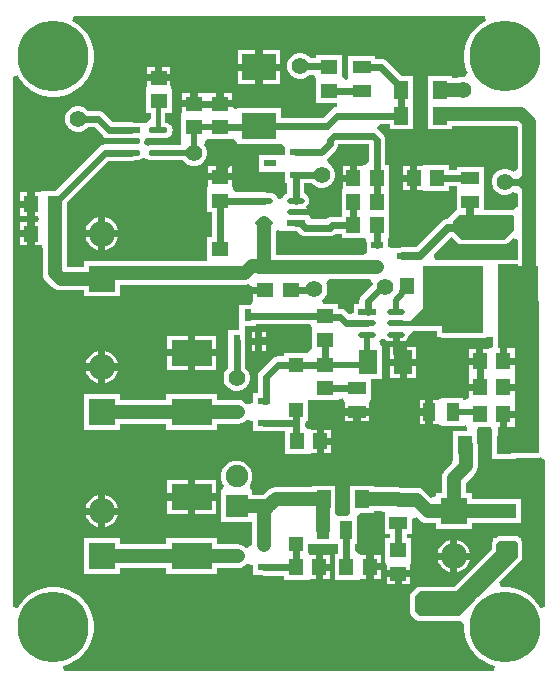
<source format=gtl>
%FSTAX24Y24*%
%MOIN*%
%SFA1B1*%

%IPPOS*%
%AMD22*
4,1,8,0.020500,0.009800,-0.020500,0.009800,-0.030300,0.000000,-0.030300,0.000000,-0.020500,-0.009800,0.020500,-0.009800,0.030300,0.000000,0.030300,0.000000,0.020500,0.009800,0.0*
1,1,0.019600,0.020500,0.000000*
1,1,0.019600,-0.020500,0.000000*
1,1,0.019600,-0.020500,0.000000*
1,1,0.019600,0.020500,0.000000*
%
%AMD25*
4,1,8,0.022400,0.009800,-0.022400,0.009800,-0.032200,0.000000,-0.032200,0.000000,-0.022400,-0.009800,0.022400,-0.009800,0.032200,0.000000,0.032200,0.000000,0.022400,0.009800,0.0*
1,1,0.019600,0.022400,0.000000*
1,1,0.019600,-0.022400,0.000000*
1,1,0.019600,-0.022400,0.000000*
1,1,0.019600,0.022400,0.000000*
%
G04~CAMADD=22~8~0.0~0.0~606.0~197.0~98.0~0.0~15~0.0~0.0~0.0~0.0~0~0.0~0.0~0.0~0.0~0~0.0~0.0~0.0~0.0~606.0~197.0*
%ADD22D22*%
%ADD23R,0.060600X0.019700*%
%ADD24R,0.064500X0.019700*%
G04~CAMADD=25~8~0.0~0.0~645.0~197.0~98.0~0.0~15~0.0~0.0~0.0~0.0~0~0.0~0.0~0.0~0.0~0~0.0~0.0~0.0~0.0~645.0~197.0*
%ADD25D25*%
%ADD26R,0.059100X0.039400*%
%ADD27R,0.039400X0.059100*%
%ADD28R,0.047200X0.059100*%
%ADD29R,0.059100X0.047200*%
%ADD30R,0.118100X0.090600*%
%ADD31R,0.137800X0.090600*%
%ADD32R,0.039400X0.023600*%
%ADD33R,0.023600X0.039400*%
%ADD34R,0.048000X0.047200*%
%ADD35R,0.137800X0.224400*%
%ADD36R,0.055100X0.047200*%
%ADD37R,0.047200X0.055100*%
%ADD38R,0.063000X0.078700*%
%ADD39R,0.047200X0.055100*%
%ADD40R,0.055100X0.047200*%
%ADD64C,0.023600*%
%ADD65C,0.047200*%
%ADD66C,0.019700*%
%ADD67C,0.027600*%
%ADD68C,0.035400*%
%ADD69C,0.015700*%
%ADD70C,0.086600*%
%ADD71R,0.086600X0.086600*%
%ADD72R,0.074800X0.074800*%
%ADD73C,0.074800*%
%ADD74C,0.236200*%
%ADD75C,0.055100*%
%LNpcb_source_iot-1*%
%LPD*%
G36*
X015748Y021654D02*
X015676Y021617D01*
X015506Y021493*
X015357Y021344*
X015233Y021174*
X015137Y020986*
X015072Y020786*
X015039Y020578*
Y020367*
X015072Y020159*
X015137Y019959*
X015146Y019942*
X015086Y019848*
X01504Y019803*
X014943*
X014833Y019774*
X014822Y019767*
X01462*
Y019823*
X013833*
Y019396*
X013829Y01937*
X013833Y019344*
Y018917*
Y018589*
X013829Y018563*
Y018504*
X013833Y018478*
Y018051*
X01462*
Y018166*
X016763*
X016808Y018122*
Y016705*
X016657Y016632*
X016644Y016646*
X016545Y016703*
X016435Y016732*
X016321*
X016211Y016703*
X016112Y016646*
X016031Y016565*
X015974Y016466*
X015945Y016356*
Y016242*
X015974Y016132*
X016031Y016033*
X016112Y015953*
X016211Y015896*
X016321Y015866*
X016435*
X016545Y015896*
X016644Y015953*
X016657Y015966*
X016808Y015894*
Y015473*
X016782Y015438*
X016654Y015357*
X015689*
Y015906*
Y016024*
Y016142*
Y016772*
X014783*
Y016695*
X014528*
Y01685*
X013842*
X01374*
X013599Y016811*
X013465*
Y016417*
Y016024*
X013599*
X01374Y015984*
X013842*
X014528*
Y016139*
X014778*
X014783Y015984*
Y015906*
Y015346*
X014781Y015345*
X014729Y01531*
X014532Y015114*
X014497Y015062*
X014488*
X014411Y015051*
X014339Y015022*
X014278Y014974*
X01342Y014117*
X012989*
X012912Y014107*
X012883Y014094*
X012635*
X012483Y014109*
Y014409*
X01252*
Y015197*
Y015984*
Y01685*
X012404*
Y017696*
X012394Y017768*
X012367Y017835*
X012323Y017893*
X012184Y018031*
X012136Y018068*
X012135Y018085*
X01221Y018226*
X012545*
Y018051*
X012803*
X012821Y018049*
X012839Y018051*
X013333*
Y018917*
Y019823*
X012938*
X012447Y020315*
X012389Y020359*
X012322Y020387*
X01225Y020396*
X012067*
Y020472*
X011161*
Y019843*
Y019764*
X01116Y019718*
X011089Y019693*
X010945Y019807*
Y019882*
Y020512*
X010079*
Y020416*
X009918*
X009913Y020423*
X009833Y020504*
X009734Y020561*
X009624Y020591*
X00951*
X0094Y020561*
X009301Y020504*
X00922Y020423*
X009163Y020325*
X009134Y020214*
Y0201*
X009163Y01999*
X00922Y019892*
X009301Y019811*
X0094Y019754*
X00951Y019724*
X009624*
X009734Y019754*
X009833Y019811*
X00988Y019858*
X010032Y019843*
X010079Y019724*
Y019567*
Y018937*
X010774*
X010784Y01878*
X01073Y018772*
X010663Y018745*
X010606Y0187*
X010333Y018428*
X008937*
Y01876*
X007441*
Y018724*
X007389Y018708*
X007306Y01878*
X00689*
Y018898*
X006772*
Y019252*
X006575*
X006457*
X006339*
X006142*
Y018898*
X006024*
Y01878*
X00563*
Y018645*
X005591Y018504*
Y018402*
Y017717*
X005601Y017559*
X005573Y017522*
X004605*
X004538Y017513*
X00448Y017489*
X004435Y017523*
X004363Y017586*
X004385Y017726*
X004418Y017757*
X004548Y017761*
X004605Y017754*
X005053*
X00512Y017762*
X005182Y017788*
X005236Y017829*
X005277Y017883*
X005303Y017945*
X005311Y018012*
X005303Y018079*
X005277Y018141*
X005236Y018194*
X005182Y018235*
X00512Y018261*
X00507Y018268*
Y018583*
X005276*
Y019268*
Y01937*
X005236Y019511*
Y019646*
X004449*
Y019511*
X004409Y01937*
Y019268*
Y018583*
X004588*
Y018404*
X004431Y018266*
X004391Y018268*
X004013*
X003983Y01828*
X003911Y01829*
X003317*
X003024Y018582*
X002967Y018627*
X0029Y018654*
X002828Y018664*
X0025*
X002431Y018732*
X002333Y018789*
X002222Y018819*
X002108*
X001998Y018789*
X001899Y018732*
X001819Y018652*
X001762Y018553*
X001732Y018443*
Y018329*
X001762Y018219*
X001819Y01812*
X001899Y018039*
X001998Y017982*
X002108Y017953*
X002222*
X002333Y017982*
X002431Y018039*
X0025Y018108*
X002713*
X003005Y017815*
X003063Y017771*
X00313Y017743*
X003202Y017734*
X003325*
X00335Y017717*
Y017689*
X0032Y017542*
X003051*
X002979Y017532*
X002912Y017505*
X002855Y01746*
X001381Y015987*
X001378Y015988*
X001352Y015984*
X000984*
X000843Y015945*
X000709*
Y015551*
Y015157*
X00081*
X000868Y015059*
X00081Y014961*
X000709*
Y014567*
Y014173*
X000823*
X000945*
X000981Y014031*
Y013268*
X000994Y013165*
X001034Y013069*
X001097Y012987*
X001294Y01279*
X001376Y012727*
X001472Y012687*
X001575Y012674*
X002362*
Y01248*
X003543*
Y012871*
X007717*
X007819Y012884*
X007835Y01289*
X007992Y012795*
X008386*
Y012559*
X007992*
Y012323*
X007912Y012199*
X007535*
Y011862*
X007533Y011844*
Y011828*
X007535Y01181*
Y011496*
Y01149*
X007521Y011339*
X007165*
Y011002*
X007163Y010984*
Y010098*
X007094Y01003*
X007037Y009931*
X007008Y009821*
Y009707*
X007037Y009597*
X007094Y009498*
X007175Y009417*
X007274Y00936*
X007384Y009331*
X007498*
X007608Y00936*
X007707Y009417*
X007787Y009498*
X007844Y009597*
X007874Y009707*
Y009821*
X007844Y009931*
X007787Y01003*
X007719Y010098*
Y010984*
X007717Y011002*
Y011332*
Y011339*
X007731Y01149*
X008087*
Y01155*
X0099*
X009961Y011417*
Y010748*
X009819Y010592*
X009807Y010593*
X009012*
Y010477*
X008821*
X008749Y010467*
X008682Y01044*
X008624Y010395*
X008229Y01*
X008184Y009942*
X008157Y009875*
X008147Y009803*
Y009268*
X007989*
Y008912*
X007838Y008898*
X007832*
X007768*
X007764Y008903*
X007682Y008966*
X007586Y009006*
X007483Y009019*
X006791*
Y009232*
X005098*
Y009019*
X003543*
Y009213*
X002362*
Y008031*
X003543*
Y008225*
X005098*
Y008012*
X006791*
Y008225*
X007483*
X007586Y008238*
X007682Y008278*
X007764Y008341*
X007768Y008346*
X007832*
X007838*
X007989Y008332*
Y007976*
X008325*
X008343Y007974*
X009055*
Y007205*
X009741*
X009843*
X009984Y007244*
X010118*
Y007638*
Y008031*
X009984*
X009843Y008071*
X009799*
X009722Y008148*
X009771Y008305*
X009807*
Y009006*
X009961Y009016*
X009965*
X010827*
X010984Y009075*
X011004Y009055*
X011043Y008914*
Y008898*
Y00874*
X011457*
X01187*
Y008914*
X011909Y009055*
Y009078*
Y009724*
X012283*
Y010827*
X012273*
X012195Y010973*
X012248Y011051*
X012398Y01105*
X012401Y011045*
X012473Y010997*
X012557Y01098*
X012644*
Y011201*
X01288*
Y01098*
X012967*
X013051Y010997*
X013123Y011045*
X013171Y011116*
X013187Y011201*
X013312Y011336*
X014131*
Y01126*
X014134Y011244*
Y011122*
X014214*
X01423Y011112*
X014291Y011099*
X015669*
X015678Y011101*
X015827Y011122*
X015981Y011115*
Y010835*
X015926Y010743*
X015804Y010709*
X015669*
Y010315*
X015551*
Y010197*
X015197*
Y01*
Y009882*
Y009764*
Y009567*
X015551*
Y009331*
X015197*
Y00913*
X015186Y009086*
X015049Y009015*
X015Y009033*
Y009075*
X014314*
X014291*
X01415Y009035*
X014134*
X013976*
Y008622*
Y008209*
X01415*
X014291Y008169*
X014314*
X015*
X01508Y008182*
X015135Y008046*
X01511Y007972*
X014671*
Y007067*
X014636Y006924*
X014404Y006692*
X014341Y00661*
X014301Y006514*
X014288Y006411*
Y005909*
X014094*
Y005824*
X013937Y005758*
X013726Y00597*
X013643Y006033*
X013548Y006073*
X013445Y006086*
X012952*
X012937Y006092*
X012835Y006106*
X012022*
Y006161*
X011234*
Y005734*
X011231Y005709*
X011234Y005683*
Y005295*
Y005256*
X011139Y005138*
X010829*
X010738Y005252*
X010734Y00529*
Y005683*
X010738Y005709*
X010734Y005734*
Y006161*
X009947*
Y006106*
X009424*
X009409Y006108*
X008742*
X008639Y006094*
X008544Y006055*
X008461Y005991*
X008339Y00587*
X007972*
Y006004*
X007947*
X007893Y006099*
X007875Y006161*
X007936Y006267*
X007972Y006402*
Y006542*
X007936Y006678*
X007866Y006799*
X007767Y006898*
X007646Y006968*
X007511Y007004*
X007371*
X007236Y006968*
X007115Y006898*
X007016Y006799*
X006946Y006678*
X006909Y006542*
Y006402*
X006946Y006267*
X007007Y006161*
X006989Y006099*
X006935Y006004*
X006909*
Y004941*
X007946*
Y004207*
X0079Y004159*
X0078Y004094*
X007768*
X007764Y0041*
X007682Y004163*
X007586Y004202*
X007483Y004216*
X006791*
Y004429*
X005098*
Y004216*
X003543*
Y004409*
X002362*
Y003228*
X003543*
Y003422*
X005098*
Y003209*
X006791*
Y003422*
X007483*
X007586Y003435*
X007682Y003475*
X007764Y003538*
X007768Y003543*
X007832*
X007838*
X007989Y003528*
Y003173*
X008325*
X008343Y003171*
X009016*
Y003016*
X009701*
X009803*
X009944Y003055*
X010079*
Y003449*
Y003843*
X009965*
X009843*
X009807Y003985*
Y004223*
X009961Y004232*
X009965*
X010591*
X010669*
X010824Y004227*
Y003898*
X010709*
Y003031*
X011394*
X011496*
X011637Y003071*
X011772*
Y003465*
Y003858*
X011637*
X011496Y003898*
X011492*
X01138Y004009*
Y004232*
X011457*
Y005098*
Y005138*
X011552Y005256*
X012022*
Y005312*
X012239*
X012382Y005276*
Y005154*
Y004567*
X012557*
Y004409*
X012402*
Y003724*
Y003622*
X012441Y003481*
Y003346*
X012835*
X013228*
Y003481*
X013268Y003622*
Y003724*
Y004409*
X013113*
Y004567*
X013287*
Y005062*
X013445Y005127*
X013538Y005034*
X01362Y004971*
X013716Y004931*
X013819Y004918*
X014094*
Y004728*
X015276*
Y004927*
X016452*
X016515Y004935*
X016909*
Y005722*
X016482*
X016457Y005726*
X016431Y005722*
X016004*
Y005721*
X015276*
Y005909*
X015082*
Y006247*
X01536Y006524*
X015423Y006607*
X015462Y006702*
X015476Y006805*
Y00752*
X015462Y007622*
X015459Y007631*
Y007953*
Y007972*
X015506Y00811*
X015911*
X015957Y007977*
X015959Y007958*
Y007067*
X016746*
Y007084*
X01748*
X017542Y007096*
X017559Y007107*
X01767Y007069*
X017717Y007031*
Y002125*
X017559Y002087*
X017523Y002158*
X017399Y002329*
X01725Y002478*
X01708Y002602*
X016892Y002697*
X016691Y002762*
X016483Y002795*
X016277*
X016269Y002804*
X016202Y002944*
X016906Y003648*
X016909*
Y003651*
X016925Y003666*
X016959Y003718*
X016972Y00378*
Y004252*
X016959Y004313*
X016925Y004365*
Y004366*
X016909Y004381*
Y004435*
X016855*
X016846Y004444*
X016794Y004479*
X016732Y004491*
X01622*
X016159Y004479*
X016107Y004444*
X016098Y004435*
X016004*
Y004341*
X015989Y004326*
X015954Y004274*
X015942Y004213*
Y004043*
X014697Y002798*
X013543*
X013482Y002786*
X01343Y002751*
X013272Y002594*
X013237Y002542*
X013225Y00248*
Y001969*
X013237Y001907*
X013272Y001855*
X01343Y001697*
X013482Y001663*
X013543Y00165*
X014843*
X014904Y001663*
X01504Y001564*
X015039Y001562*
Y001351*
X015072Y001143*
X015137Y000943*
X015233Y000755*
X015357Y000585*
X015506Y000436*
X015676Y000312*
X015864Y000216*
X016064Y000151*
X016033Y0*
X001684*
X001652Y000151*
X001852Y000216*
X00204Y000312*
X002211Y000436*
X00236Y000585*
X002483Y000755*
X002579Y000943*
X002644Y001143*
X002677Y001351*
Y001562*
X002644Y00177*
X002579Y001971*
X002483Y002158*
X00236Y002329*
X002211Y002478*
X00204Y002602*
X001852Y002697*
X001652Y002762*
X001444Y002795*
X001233*
X001025Y002762*
X000825Y002697*
X000637Y002602*
X000467Y002478*
X000318Y002329*
X000194Y002158*
X000157Y002087*
X0Y002125*
Y019804*
X000157Y019842*
X000194Y019771*
X000318Y0196*
X000467Y019451*
X000637Y019328*
X000825Y019232*
X001025Y019167*
X001233Y019134*
X001444*
X001652Y019167*
X001852Y019232*
X00204Y019328*
X002211Y019451*
X00236Y0196*
X002483Y019771*
X002579Y019959*
X002644Y020159*
X002677Y020367*
Y020578*
X002644Y020786*
X002579Y020986*
X002483Y021174*
X00236Y021344*
X002211Y021493*
X00204Y021617*
X001969Y021654*
X002007Y021811*
X01571*
X015748Y021654*
G37*
G36*
X011848Y016962D02*
X011737Y01685D01*
X011732*
X011591Y016811*
X011457*
Y016417*
X011339*
Y016299*
X010984*
Y016063*
X010945*
Y015197*
Y01512*
X010622*
X01055Y015111*
X010483Y015083*
X010429Y015042*
X009923*
X00987Y015177*
X00983Y015318*
X009818Y01538*
X00977Y015451*
X009838Y01554*
X009863Y015602*
X009872Y015669*
X009863Y015736*
X009838Y015798*
X009797Y015852*
X009743Y015893*
X009687Y015916*
Y016257*
X009941*
X01001Y016189*
X010108Y016132*
X010219Y016102*
X010333*
X010443Y016132*
X010541Y016189*
X010622Y01627*
X010679Y016368*
X010709Y016478*
Y016592*
X010679Y016703*
X010622Y016801*
X010541Y016882*
X010496Y016908*
X010469Y017053*
X010478Y017093*
X010748Y017363*
X010792Y01742*
X01082Y017487*
X010829Y017557*
X011848*
Y016962*
G37*
G36*
X007323Y017717D02*
X007441Y017621D01*
Y017539*
X008902*
X008937*
X009055Y017444*
Y017196*
X008904Y017181*
X008898*
X008195*
Y01663*
X008898*
X008904*
X009055Y016615*
Y01626*
X009131*
Y015916*
X009076Y015893*
X009022Y015852*
X008981Y015798*
X008964Y015757*
X008882Y015737*
X008799Y015757*
X008782Y015798*
X008741Y015852*
X008688Y015893*
X008625Y015919*
X008559Y015927*
X008451*
X008426Y015938*
X008354Y015947*
X007434*
X007323Y016059*
Y016063*
X007283Y016204*
Y016339*
X006496*
Y016204*
X006457Y016063*
Y015961*
Y015276*
X006612*
Y014449*
X006457*
Y013665*
X00315*
X003124Y013661*
X002362*
Y013468*
X001775*
Y014567*
Y015591*
Y015594*
X003166Y016986*
X003911*
X003983Y016995*
X004008Y017006*
X004135*
X004202Y017014*
X004264Y01704*
X004318Y017081*
X004476Y01704*
X004538Y017014*
X004605Y017006*
X005661*
X005677Y016978*
X005758Y016898*
X005856Y016841*
X005967Y016811*
X006081*
X006191Y016841*
X00629Y016898*
X00637Y016978*
X006427Y017077*
X006457Y017187*
Y017301*
X006427Y017411*
X00637Y01751*
X006411Y017679*
X006457Y017717*
X007323*
G37*
G36*
X016693Y015157D02*
Y014685D01*
X016378Y01437*
X014921*
X014646Y014646*
Y015*
X014843Y015197*
X016654*
X016693Y015157*
G37*
G36*
X008949Y014665D02*
D01*
X009307*
X009338Y014653*
X009409Y014643*
X00946*
X009536Y014567*
X009593Y014523*
X00966Y014495*
X009732Y014486*
X010543*
X010615Y014495*
X010682Y014523*
X010736Y014565*
X010945*
Y014409*
X011575*
X011732*
X011775Y01427*
Y013913*
X011642Y013854*
X009685*
Y013858*
X009278*
X009252Y013862*
X008767*
Y014659*
X008791Y01468*
X008949Y014665*
G37*
G36*
X014808Y014257D02*
X01486Y014222D01*
X014921Y01421*
X016378*
X016439Y014222*
X016491Y014257*
X01665Y014415*
X016808Y01435*
Y013704*
X016142*
X016133Y013702*
X015984Y013681*
X015827*
X014134*
X014068Y0137*
X014015Y01387*
X014605Y014459*
X014808Y014257*
G37*
G36*
X011982Y012902D02*
X011979Y01289D01*
X011614Y012526*
X01157Y012468*
X011543Y012401*
X011533Y012329*
Y012205*
X011344*
Y011927*
X011187Y011883*
X011102Y011968*
X011044Y012012*
X010977Y01204*
X010906Y01205*
X010827*
Y012205*
X010334*
X010292Y012362*
X010305Y01237*
X010386Y012451*
X010443Y012549*
X010472Y01266*
Y012774*
X010443Y012884*
X010432Y012902*
X010523Y01306*
X011889*
X011982Y012902*
G37*
G36*
X015669Y01126D02*
X014291D01*
Y011496*
X012598*
Y011654*
X013228*
X013661Y012087*
Y013504*
X015669*
Y01126*
G37*
G36*
X016808Y01294D02*
X01655Y012682D01*
X016487Y0126*
X016447Y012504*
X016434Y012402*
X016447Y012299*
X016487Y012203*
X01655Y012121*
X016632Y012058*
X016728Y012018*
X016831Y012004*
X016933Y012018*
X017029Y012058*
X017112Y012121*
X017362Y012371*
X01752Y012306*
Y007283*
X01748Y007244*
X016142*
Y00811*
X01622*
Y008543*
X016339*
Y008661*
X016732*
Y008976*
Y009016*
Y009331*
X016339*
Y009567*
X016732*
Y009724*
Y009882*
Y010197*
X016339*
Y010315*
X01622*
Y010748*
X016142*
Y013543*
X016808*
Y01294*
G37*
G36*
X016811Y004252D02*
Y00378D01*
X015491Y00246*
X015429Y002406*
X015375Y002344*
X014843Y001811*
X013543*
X013386Y001969*
Y00248*
X013543Y002638*
X014764*
X016102Y003976*
Y004213*
X01622Y004331*
X016732*
X016811Y004252*
G37*
%LNpcb_source_iot-2*%
%LPC*%
G36*
X008898Y020689D02*
X008307D01*
Y020236*
X008898*
Y020689*
G37*
G36*
X008071D02*
X00748D01*
Y020236*
X008071*
Y020689*
G37*
G36*
X005236Y020118D02*
X004961D01*
Y019882*
X005236*
Y020118*
G37*
G36*
X004724D02*
X004449D01*
Y019882*
X004724*
Y020118*
G37*
G36*
X008898Y02D02*
X008307D01*
Y019547*
X008898*
Y02*
G37*
G36*
X008071D02*
X00748D01*
Y019547*
X008071*
Y02*
G37*
G36*
X005906Y019252D02*
X00563D01*
Y019016*
X005906*
Y019252*
G37*
G36*
X007008D02*
Y019016D01*
X007283*
Y019252*
X007008*
G37*
G36*
X013228Y016811D02*
X012992D01*
Y016535*
X013228*
Y016811*
G37*
G36*
Y016299D02*
X012992D01*
Y016024*
X013228*
Y016299*
G37*
G36*
X000472Y015945D02*
X000236D01*
Y015669*
X000472*
Y015945*
G37*
G36*
Y015433D02*
X000236D01*
Y015157*
X000472*
Y015433*
G37*
G36*
Y014961D02*
X000236D01*
Y014685*
X000472*
Y014961*
G37*
G36*
Y014449D02*
X000236D01*
Y014173*
X000472*
Y014449*
G37*
G36*
X008417Y011299D02*
X008299D01*
Y011102*
X008417*
Y011299*
G37*
G36*
X008063D02*
X007945D01*
Y011102*
X008063*
Y011299*
G37*
G36*
X006752Y011161D02*
X006063D01*
Y010709*
X006752*
Y011161*
G37*
G36*
X005827D02*
X005138D01*
Y010709*
X005827*
Y011161*
G37*
G36*
X008417Y010866D02*
X008299D01*
Y010669*
X008417*
Y010866*
G37*
G36*
X008063D02*
X007945D01*
Y010669*
X008063*
Y010866*
G37*
G36*
X015433Y010709D02*
X015197D01*
Y010433*
X015433*
Y010709*
G37*
G36*
X013425Y010787D02*
X01311D01*
Y010394*
X013425*
Y010787*
G37*
G36*
X012874D02*
X012559D01*
Y010394*
X012874*
Y010787*
G37*
G36*
X003071Y010661D02*
Y01024D01*
X003492*
X003466Y010335*
X003394Y01046*
X003291Y010563*
X003165Y010636*
X003071Y010661*
G37*
G36*
X002835D02*
X00274Y010636D01*
X002614Y010563*
X002512Y01046*
X002439Y010335*
X002414Y01024*
X002835*
Y010661*
G37*
G36*
X006752Y010472D02*
X006063D01*
Y01002*
X006752*
Y010472*
G37*
G36*
X005827D02*
X005138D01*
Y01002*
X005827*
Y010472*
G37*
G36*
X013425Y010157D02*
X01311D01*
Y009764*
X013425*
Y010157*
G37*
G36*
X012874D02*
X012559D01*
Y009764*
X012874*
Y010157*
G37*
G36*
X003492Y010004D02*
X003071D01*
Y009583*
X003165Y009608*
X003291Y009681*
X003394Y009784*
X003466Y009909*
X003492Y010004*
G37*
G36*
X002835D02*
X002414D01*
X002439Y009909*
X002512Y009784*
X002614Y009681*
X00274Y009608*
X002835Y009583*
Y010004*
G37*
G36*
X01374Y009035D02*
X013543D01*
Y00874*
X01374*
Y009035*
G37*
G36*
X01187Y008504D02*
X011575D01*
Y008307*
X01187*
Y008504*
G37*
G36*
X011339D02*
X011043D01*
Y008307*
X011339*
Y008504*
G37*
G36*
X01374D02*
X013543D01*
Y008209*
X01374*
Y008504*
G37*
G36*
X010354Y008031D02*
Y007756D01*
X010591*
Y008031*
X010354*
G37*
G36*
X010591Y00752D02*
X010354D01*
Y007244*
X010591*
Y00752*
G37*
G36*
X006752Y006358D02*
X006063D01*
Y005906*
X006752*
Y006358*
G37*
G36*
X005827D02*
X005138D01*
Y005906*
X005827*
Y006358*
G37*
G36*
X003071Y005858D02*
Y005437D01*
X003492*
X003466Y005532*
X003394Y005657*
X003291Y00576*
X003165Y005833*
X003071Y005858*
G37*
G36*
X002835D02*
X00274Y005833D01*
X002614Y00576*
X002512Y005657*
X002439Y005532*
X002414Y005437*
X002835*
Y005858*
G37*
G36*
X006752Y005669D02*
X006063D01*
Y005217*
X006752*
Y005669*
G37*
G36*
X005827D02*
X005138D01*
Y005217*
X005827*
Y005669*
G37*
G36*
X002835Y005201D02*
X002414D01*
X002439Y005106*
X002512Y00498*
X002614Y004878*
X00274Y004805*
X002835Y00478*
Y005201*
G37*
G36*
X003492D02*
X003071D01*
Y00478*
X003165Y004805*
X003291Y004878*
X003394Y00498*
X003466Y005106*
X003492Y005201*
G37*
G36*
X014803Y004358D02*
Y003937D01*
X015224*
X015199Y004032*
X015126Y004157*
X015023Y00426*
X014898Y004333*
X014803Y004358*
G37*
G36*
X014567D02*
X014472Y004333D01*
X014347Y00426*
X014244Y004157*
X014171Y004032*
X014146Y003937*
X014567*
Y004358*
G37*
G36*
X012008Y003858D02*
Y003583D01*
X012244*
Y003858*
X012008*
G37*
G36*
X010315Y003843D02*
Y003567D01*
X010551*
Y003843*
X010315*
G37*
G36*
X014567Y003701D02*
X014146D01*
X014171Y003606*
X014244Y00348*
X014347Y003378*
X014472Y003305*
X014567Y00328*
Y003701*
G37*
G36*
X015224D02*
X014803D01*
Y00328*
X014898Y003305*
X015023Y003378*
X015126Y00348*
X015199Y003606*
X015224Y003701*
G37*
G36*
X012244Y003346D02*
X012008D01*
Y003071*
X012244*
Y003346*
G37*
G36*
X010551Y003331D02*
X010315D01*
Y003055*
X010551*
Y003331*
G37*
G36*
X013228Y00311D02*
X012953D01*
Y002874*
X013228*
Y00311*
G37*
G36*
X012717D02*
X012441D01*
Y002874*
X012717*
Y00311*
G37*
G36*
X01122Y016811D02*
X010984D01*
Y016535*
X01122*
Y016811*
G37*
G36*
X007283D02*
X007008D01*
Y016575*
X007283*
Y016811*
G37*
G36*
X006772D02*
X006496D01*
Y016575*
X006772*
Y016811*
G37*
G36*
X003071Y01511D02*
Y014689D01*
X003492*
X003466Y014784*
X003394Y014909*
X003291Y015012*
X003165Y015084*
X003071Y01511*
G37*
G36*
X002835D02*
X00274Y015084D01*
X002614Y015012*
X002512Y014909*
X002439Y014784*
X002414Y014689*
X002835*
Y01511*
G37*
G36*
Y014453D02*
X002414D01*
X002439Y014358*
X002512Y014232*
X002614Y01413*
X00274Y014057*
X002835Y014032*
Y014453*
G37*
G36*
X003492D02*
X003071D01*
Y014032*
X003165Y014057*
X003291Y01413*
X003394Y014232*
X003466Y014358*
X003492Y014453*
G37*
G36*
X016732Y010748D02*
X016457D01*
Y010433*
X016732*
Y010748*
G37*
G36*
Y008425D02*
X016457D01*
Y00811*
X016732*
Y008425*
G37*
%LNpcb_source_iot-3*%
%LPD*%
G54D22*
X012762Y011949D03*
Y011575D03*
Y011201D03*
X011805D03*
Y011575D03*
X008354Y014921D03*
Y015669D03*
X009409D03*
Y015295D03*
G54D23*
X011805Y011949D03*
X009409Y014921D03*
G54D24*
X003911Y018012D03*
G54D25*
X003911Y017638D03*
Y017264D03*
X004829D03*
Y018012D03*
G54D26*
X011457Y008622D03*
Y009409D03*
X011614Y019331D03*
Y020118D03*
X012835Y004921D03*
Y005709D03*
X015236Y01563D03*
Y016417D03*
G54D27*
X011102Y004685D03*
X010315D03*
X013858Y008622D03*
X014646D03*
G54D28*
X012939Y018504D03*
X014226D03*
X012939Y01937D03*
X014226D03*
X015065Y00752D03*
X016352D03*
X011628Y005709D03*
X010341D03*
G54D29*
X016457Y005329D03*
Y004041D03*
G54D30*
X008189Y01815D03*
Y020118D03*
G54D31*
X005945Y008622D03*
Y010591D03*
Y003819D03*
Y005787D03*
G54D32*
X008343Y008252D03*
Y008992D03*
X007483Y008622D03*
X012129Y014189D03*
Y013449D03*
X012989Y013819D03*
X008343Y003449D03*
Y004189D03*
X007483Y003819D03*
X009409Y016535D03*
Y017275D03*
X008549Y016905D03*
G54D33*
X007441Y010984D03*
X008181D03*
X007811Y011844D03*
G54D34*
X009409Y008699D03*
Y010199D03*
Y004209D03*
Y005709D03*
G54D35*
X016831Y012402D03*
X01498D03*
G54D36*
X010394Y011024D03*
Y011811D03*
Y009409D03*
Y010197D03*
X004843Y018976D03*
Y019764D03*
X010512Y020118D03*
Y019331D03*
X00689Y013268D03*
Y014055D03*
X009252Y013465D03*
Y012677D03*
X00689Y015669D03*
Y016457D03*
X012835Y004016D03*
Y003228D03*
G54D37*
X010236Y007638D03*
X009449D03*
X012126Y014843D03*
X011339D03*
X014134Y016417D03*
X013346D03*
X011339Y01563D03*
X012126D03*
Y016417D03*
X011339D03*
X011102Y003465D03*
X01189D03*
X010197Y003449D03*
X009409D03*
X016339Y008543D03*
X015551D03*
G54D38*
X012992Y010276D03*
X011811D03*
G54D39*
X013898Y012835D03*
X01311D03*
X016339Y009449D03*
X015551D03*
X016339Y010315D03*
X015551D03*
X001378Y014567D03*
X000591D03*
X001378Y015551D03*
X000591D03*
G54D40*
X006024Y01811D03*
Y018898D03*
X00689Y01811D03*
Y018898D03*
X008386Y013465D03*
Y012677D03*
G54D64*
X003051Y017264D02*
X003911D01*
X001378Y015591D02*
X003051Y017264D01*
X011811Y011968D02*
Y012329D01*
X012217Y012735D02*
X012341D01*
X011811Y012329D02*
X012217Y012735D01*
X012341D02*
X012402Y012795D01*
X00689Y016457D02*
X006917D01*
X007035Y016575*
Y016799*
X00748Y017244*
X006024Y018898D02*
X00689D01*
X008425Y008992D02*
Y009803D01*
X015551Y009449D02*
Y010315D01*
X014626Y009469D02*
X015532D01*
X015551Y009449*
X014606Y009488D02*
X014626Y009469D01*
X012762Y010584D02*
Y011201D01*
Y010584D02*
X012992Y010354D01*
Y010276D02*
Y010354D01*
X012126Y01563D02*
Y016417D01*
X011339D02*
Y017283D01*
X009409Y015669D02*
Y016535D01*
X010215Y016475D02*
X010276Y016535D01*
X009409D02*
X010157D01*
X01685Y016299D02*
X017087Y016063D01*
X01685Y016299D02*
X017087Y016535D01*
X017205*
X016378Y016299D02*
X01685D01*
X008181Y011024D02*
X009055D01*
X008181Y010984D02*
Y011024D01*
X009055D02*
X009094Y011063D01*
X01225Y020118D02*
X012939Y019429D01*
X011614Y020118D02*
X01225D01*
X012939Y01937D02*
Y019429D01*
X01288Y018504D02*
X012939Y018445D01*
X010802Y018504D02*
X01288D01*
X008189Y01815D02*
X010448D01*
X010802Y018504*
X010551Y017696D02*
X01069Y017835D01*
X011988*
X010268Y017275D02*
X010551Y017559D01*
Y017696*
X012126Y016417D02*
Y017696D01*
X011988Y017835D02*
X012126Y017696D01*
X011614Y019331D02*
D01*
X010512D02*
X011614D01*
X010492Y020138D02*
X010512Y020118D01*
X009587Y020138D02*
X010492D01*
X009567Y020157D02*
X009587Y020138D01*
X002165Y018386D02*
X002828D01*
X003202Y018012*
X003911*
X00689Y01811D02*
X00815D01*
X012939Y018504D02*
Y01937D01*
X007811Y011828D02*
X010377D01*
X011102Y011575D02*
X011805D01*
X010906Y011772D02*
X011102Y011575D01*
X010433Y011772D02*
X010906D01*
X010394Y011811D02*
X010433Y011772D01*
X009272Y012697D02*
X01002D01*
X010039Y012717*
X009252Y012677D02*
X009272Y012697D01*
X010543Y014764D02*
X010622Y014843D01*
X009409Y014921D02*
X009575D01*
X010622Y014843D02*
X011339D01*
X009732Y014764D02*
X010543D01*
X009575Y014921D02*
X009732Y014764D01*
X011339Y014843D02*
Y01563D01*
X012128Y014189D02*
Y014841D01*
X012126Y014843D02*
X012128Y014841D01*
Y014189D02*
X012129D01*
X00815Y01811D02*
X008189Y01815D01*
X012821Y018327D02*
X012939Y018445D01*
X00689Y015669D02*
X008354D01*
X00689Y014055D02*
Y015669D01*
X007811Y011828D02*
Y011844D01*
X014134Y016417D02*
D01*
X015197*
X009409Y017275D02*
X010268D01*
X010377Y011828D02*
X010394Y011811D01*
X007441Y009764D02*
Y010984D01*
X010394Y010197D02*
Y011024D01*
X00941Y010198D02*
X010393D01*
X009409Y010199D02*
X00941Y010198D01*
X010393D02*
X010394Y010197D01*
X009409Y008252D02*
Y008699D01*
X008821Y010199D02*
X009409D01*
X008425Y009803D02*
X008821Y010199D01*
X009409Y007677D02*
X009449Y007638D01*
X009409Y007677D02*
Y008252D01*
X008343Y008992D02*
X008425D01*
X011457Y009409D02*
D01*
X010394D02*
X011457D01*
X012835Y004016D02*
Y004921D01*
X011102Y003465D02*
Y004685D01*
Y003465D02*
D01*
X008343Y008252D02*
X009409D01*
Y003449D02*
Y004211D01*
X008343Y003449D02*
X009409D01*
G54D65*
X001378Y014567D02*
Y015551D01*
Y015591*
X007717Y013268D02*
X007953Y013504D01*
X001378Y013268D02*
Y014567D01*
X008354Y014921D02*
X00837D01*
X007953Y013504D02*
X008346D01*
X00837Y013481D02*
X008386Y013465D01*
X002953Y013071D02*
X00315Y013268D01*
X008386Y013465D02*
X009252D01*
X00837Y013481D02*
Y014921D01*
X00926Y013457D02*
X012121D01*
X00315Y013268D02*
X00689D01*
X008346Y013504D02*
X00837Y013481D01*
X001378Y013268D02*
X001575Y013071D01*
X009252Y013465D02*
X00926Y013457D01*
X001575Y013071D02*
X002953D01*
X00689Y013268D02*
X007717D01*
X012121Y013457D02*
X012129Y013449D01*
X014226Y01937D02*
X015D01*
X017205Y016535D02*
Y018286D01*
X014226Y018563D02*
X016928D01*
X017205Y018286*
X014226Y018504D02*
Y018563D01*
X017205Y012776D02*
Y016063D01*
Y016535*
X016831Y012402D02*
X017205Y012776D01*
X01469Y005324D02*
X016452D01*
X016457Y005329*
X014685Y005319D02*
X01469Y005324D01*
X015079Y006805D02*
Y00752D01*
X014685Y006411D02*
X015079Y006805D01*
X014685Y005319D02*
Y006411D01*
X013819Y005315D02*
X014681D01*
X014685Y005319*
X013445Y005689D02*
X013819Y005315D01*
X012835Y005709D02*
X012854Y005689D01*
X013445*
X011628Y005709D02*
X012835D01*
X005945Y003819D02*
X007483D01*
X002953D02*
X005945D01*
X007441Y005472D02*
X008504D01*
X005945Y008622D02*
X007483D01*
X002953D02*
X005945D01*
X008742Y005711D02*
X009409D01*
X008504Y005472D02*
X008742Y005711D01*
X008343Y005312D02*
X008504Y005472D01*
X010315Y004685D02*
X010328Y004698D01*
Y005696D02*
X010341Y005709D01*
X010328Y004698D02*
Y005696D01*
X009409Y005709D02*
X010341D01*
X009409D02*
Y005711D01*
X008343Y004189D02*
Y005312D01*
G54D66*
X012972Y012657D02*
X01311Y012795D01*
X012972Y012553D02*
Y012657D01*
X012762Y012343D02*
X012972Y012553D01*
X012762Y011949D02*
Y012343D01*
X01311Y012795D02*
Y012835D01*
X002165Y017638D02*
X003911D01*
X004837Y017264D02*
X006004D01*
X006024Y017244D02*
Y01811D01*
X00689*
X015472Y008622D02*
X015551Y008543D01*
X015079Y008622D02*
X015472D01*
X014646D02*
X015079D01*
X011732Y010197D02*
X011811Y010276D01*
X010394Y010197D02*
X011732D01*
X011805Y010282D02*
Y011201D01*
Y010282D02*
X011811Y010276D01*
X006004Y017264D02*
X006024Y017244D01*
X009409Y015295D02*
X010295D01*
X010315Y015315*
G54D67*
X014488Y014764D02*
X015197D01*
X015217Y014783*
Y01561D02*
X015236Y01563D01*
X015217Y014783D02*
Y01561D01*
X013543Y013819D02*
X014488Y014764D01*
X012989Y013819D02*
X013543D01*
G54D68*
X016339Y008504D02*
Y008543D01*
G54D69*
X004829Y018012D02*
Y018963D01*
X011614Y020118D02*
D01*
X004829Y018963D02*
X004843Y018976D01*
X004829Y017264D02*
X004837Y017271D01*
G54D70*
X002953Y010122D03*
Y014571D03*
X014685Y003819D03*
X002953Y005319D03*
G54D71*
X002953Y008622D03*
Y013071D03*
X014685Y005319D03*
X002953Y003819D03*
G54D72*
X007441Y005472D03*
G54D73*
X007441Y006472D03*
G54D74*
X016378Y020472D03*
Y001457D03*
X001339Y020472D03*
Y001457D03*
G54D75*
X007008Y00189D03*
X006102D03*
X005118D03*
X012402Y012795D03*
X00748Y017244D03*
X00685Y02126D03*
X005866D03*
X004843D03*
X011339Y017283D03*
X010276Y016535D03*
X015Y01937D03*
X015197Y014764D03*
X016102D03*
X016378Y016299D03*
X009094Y011063D03*
X013819Y002205D03*
X013858Y010906D03*
X014646Y002205D03*
X009567Y020157D03*
X002165Y018386D03*
Y017638D03*
X006024Y017244D03*
X010039Y012717D03*
X010315Y015315D03*
X007441Y009764D03*
X014606Y010197D03*
X013858Y009488D03*
X014606D03*
X013858Y010197D03*
M02*
</source>
